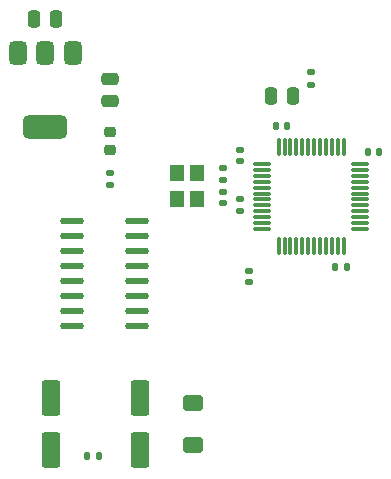
<source format=gbr>
%TF.GenerationSoftware,KiCad,Pcbnew,8.0.5*%
%TF.CreationDate,2025-02-26T14:21:13-03:00*%
%TF.ProjectId,EchoCar_PCB,4563686f-4361-4725-9f50-43422e6b6963,rev?*%
%TF.SameCoordinates,Original*%
%TF.FileFunction,Paste,Top*%
%TF.FilePolarity,Positive*%
%FSLAX46Y46*%
G04 Gerber Fmt 4.6, Leading zero omitted, Abs format (unit mm)*
G04 Created by KiCad (PCBNEW 8.0.5) date 2025-02-26 14:21:13*
%MOMM*%
%LPD*%
G01*
G04 APERTURE LIST*
G04 Aperture macros list*
%AMRoundRect*
0 Rectangle with rounded corners*
0 $1 Rounding radius*
0 $2 $3 $4 $5 $6 $7 $8 $9 X,Y pos of 4 corners*
0 Add a 4 corners polygon primitive as box body*
4,1,4,$2,$3,$4,$5,$6,$7,$8,$9,$2,$3,0*
0 Add four circle primitives for the rounded corners*
1,1,$1+$1,$2,$3*
1,1,$1+$1,$4,$5*
1,1,$1+$1,$6,$7*
1,1,$1+$1,$8,$9*
0 Add four rect primitives between the rounded corners*
20,1,$1+$1,$2,$3,$4,$5,0*
20,1,$1+$1,$4,$5,$6,$7,0*
20,1,$1+$1,$6,$7,$8,$9,0*
20,1,$1+$1,$8,$9,$2,$3,0*%
G04 Aperture macros list end*
%ADD10RoundRect,0.140000X-0.170000X0.140000X-0.170000X-0.140000X0.170000X-0.140000X0.170000X0.140000X0*%
%ADD11RoundRect,0.250000X-0.250000X-0.475000X0.250000X-0.475000X0.250000X0.475000X-0.250000X0.475000X0*%
%ADD12RoundRect,0.140000X-0.140000X-0.170000X0.140000X-0.170000X0.140000X0.170000X-0.140000X0.170000X0*%
%ADD13RoundRect,0.140000X0.170000X-0.140000X0.170000X0.140000X-0.170000X0.140000X-0.170000X-0.140000X0*%
%ADD14RoundRect,0.250000X0.550000X-1.250000X0.550000X1.250000X-0.550000X1.250000X-0.550000X-1.250000X0*%
%ADD15RoundRect,0.075000X-0.662500X-0.075000X0.662500X-0.075000X0.662500X0.075000X-0.662500X0.075000X0*%
%ADD16RoundRect,0.075000X-0.075000X-0.662500X0.075000X-0.662500X0.075000X0.662500X-0.075000X0.662500X0*%
%ADD17RoundRect,0.218750X0.256250X-0.218750X0.256250X0.218750X-0.256250X0.218750X-0.256250X-0.218750X0*%
%ADD18O,2.038000X0.574000*%
%ADD19RoundRect,0.135000X-0.185000X0.135000X-0.185000X-0.135000X0.185000X-0.135000X0.185000X0.135000X0*%
%ADD20RoundRect,0.375000X-0.375000X0.625000X-0.375000X-0.625000X0.375000X-0.625000X0.375000X0.625000X0*%
%ADD21RoundRect,0.500000X-1.400000X0.500000X-1.400000X-0.500000X1.400000X-0.500000X1.400000X0.500000X0*%
%ADD22R,1.200000X1.400000*%
%ADD23RoundRect,0.250000X0.475000X-0.250000X0.475000X0.250000X-0.475000X0.250000X-0.475000X-0.250000X0*%
%ADD24RoundRect,0.135000X-0.135000X-0.185000X0.135000X-0.185000X0.135000X0.185000X-0.135000X0.185000X0*%
%ADD25RoundRect,0.140000X0.140000X0.170000X-0.140000X0.170000X-0.140000X-0.170000X0.140000X-0.170000X0*%
%ADD26RoundRect,0.250000X0.600000X-0.400000X0.600000X0.400000X-0.600000X0.400000X-0.600000X-0.400000X0*%
G04 APERTURE END LIST*
D10*
%TO.C,C7*%
X135750000Y-77270000D03*
X135750000Y-78230000D03*
%TD*%
D11*
%TO.C,C10*%
X117500000Y-56000000D03*
X119400000Y-56000000D03*
%TD*%
D12*
%TO.C,C5*%
X145790000Y-67250000D03*
X146750000Y-67250000D03*
%TD*%
D13*
%TO.C,C3*%
X135000000Y-67980000D03*
X135000000Y-67020000D03*
%TD*%
D14*
%TO.C,C12*%
X126500000Y-92450000D03*
X126500000Y-88050000D03*
%TD*%
D15*
%TO.C,U1*%
X136837500Y-68250000D03*
X136837500Y-68750000D03*
X136837500Y-69250000D03*
X136837500Y-69750000D03*
X136837500Y-70250000D03*
X136837500Y-70750000D03*
X136837500Y-71250000D03*
X136837500Y-71750000D03*
X136837500Y-72250000D03*
X136837500Y-72750000D03*
X136837500Y-73250000D03*
X136837500Y-73750000D03*
D16*
X138250000Y-75162500D03*
X138750000Y-75162500D03*
X139250000Y-75162500D03*
X139750000Y-75162500D03*
X140250000Y-75162500D03*
X140750000Y-75162500D03*
X141250000Y-75162500D03*
X141750000Y-75162500D03*
X142250000Y-75162500D03*
X142750000Y-75162500D03*
X143250000Y-75162500D03*
X143750000Y-75162500D03*
D15*
X145162500Y-73750000D03*
X145162500Y-73250000D03*
X145162500Y-72750000D03*
X145162500Y-72250000D03*
X145162500Y-71750000D03*
X145162500Y-71250000D03*
X145162500Y-70750000D03*
X145162500Y-70250000D03*
X145162500Y-69750000D03*
X145162500Y-69250000D03*
X145162500Y-68750000D03*
X145162500Y-68250000D03*
D16*
X143750000Y-66837500D03*
X143250000Y-66837500D03*
X142750000Y-66837500D03*
X142250000Y-66837500D03*
X141750000Y-66837500D03*
X141250000Y-66837500D03*
X140750000Y-66837500D03*
X140250000Y-66837500D03*
X139750000Y-66837500D03*
X139250000Y-66837500D03*
X138750000Y-66837500D03*
X138250000Y-66837500D03*
%TD*%
D17*
%TO.C,D1*%
X124000000Y-67075000D03*
X124000000Y-65500000D03*
%TD*%
D10*
%TO.C,C9*%
X133500000Y-70600000D03*
X133500000Y-71560000D03*
%TD*%
D11*
%TO.C,C1*%
X137600000Y-62500000D03*
X139500000Y-62500000D03*
%TD*%
D18*
%TO.C,U3*%
X126269000Y-81945000D03*
X126269000Y-80675000D03*
X126269000Y-79405000D03*
X126269000Y-78135000D03*
X126269000Y-76865000D03*
X126269000Y-75595000D03*
X126269000Y-74325000D03*
X126269000Y-73055000D03*
X120731000Y-73055000D03*
X120731000Y-74325000D03*
X120731000Y-75595000D03*
X120731000Y-76865000D03*
X120731000Y-78135000D03*
X120731000Y-79405000D03*
X120731000Y-80675000D03*
X120731000Y-81945000D03*
%TD*%
D13*
%TO.C,C2*%
X135000000Y-72210000D03*
X135000000Y-71250000D03*
%TD*%
D19*
%TO.C,R2*%
X124000000Y-68990000D03*
X124000000Y-70010000D03*
%TD*%
D20*
%TO.C,U2*%
X120800000Y-58850000D03*
X118500000Y-58850000D03*
D21*
X118500000Y-65150000D03*
D20*
X116200000Y-58850000D03*
%TD*%
D22*
%TO.C,Y1*%
X129650000Y-69000000D03*
X129650000Y-71200000D03*
X131350000Y-71200000D03*
X131350000Y-69000000D03*
%TD*%
D13*
%TO.C,C8*%
X133500000Y-69580000D03*
X133500000Y-68620000D03*
%TD*%
D12*
%TO.C,C6*%
X138000000Y-65000000D03*
X138960000Y-65000000D03*
%TD*%
D23*
%TO.C,C11*%
X124000000Y-62950000D03*
X124000000Y-61050000D03*
%TD*%
D24*
%TO.C,R3*%
X121990000Y-93000000D03*
X123010000Y-93000000D03*
%TD*%
D14*
%TO.C,C13*%
X119000000Y-92450000D03*
X119000000Y-88050000D03*
%TD*%
D25*
%TO.C,C4*%
X144000000Y-77000000D03*
X143040000Y-77000000D03*
%TD*%
D26*
%TO.C,D2*%
X131000000Y-92000000D03*
X131000000Y-88500000D03*
%TD*%
D19*
%TO.C,R1*%
X141000000Y-60500000D03*
X141000000Y-61520000D03*
%TD*%
M02*

</source>
